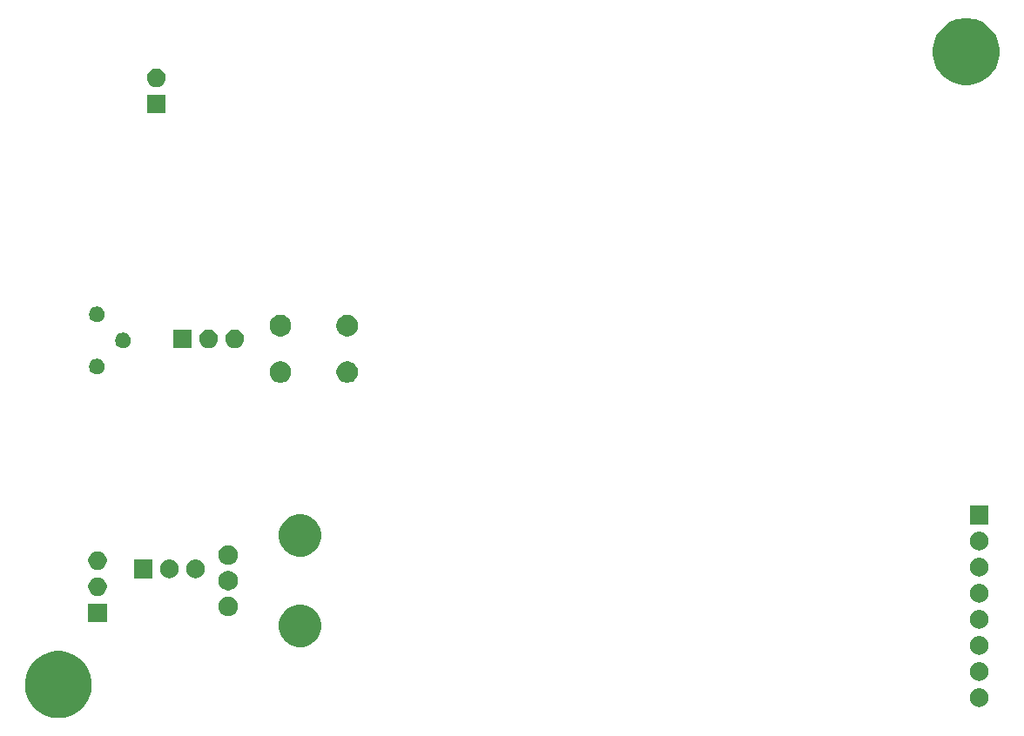
<source format=gbr>
G04 #@! TF.GenerationSoftware,KiCad,Pcbnew,(5.1.5)-3*
G04 #@! TF.CreationDate,2020-06-11T14:47:42+02:00*
G04 #@! TF.ProjectId,SA-ADC,53412d41-4443-42e6-9b69-6361645f7063,v0.1*
G04 #@! TF.SameCoordinates,Original*
G04 #@! TF.FileFunction,Soldermask,Bot*
G04 #@! TF.FilePolarity,Negative*
%FSLAX46Y46*%
G04 Gerber Fmt 4.6, Leading zero omitted, Abs format (unit mm)*
G04 Created by KiCad (PCBNEW (5.1.5)-3) date 2020-06-11 14:47:42*
%MOMM*%
%LPD*%
G04 APERTURE LIST*
%ADD10C,0.100000*%
G04 APERTURE END LIST*
D10*
G36*
X99059239Y-108571467D02*
G01*
X99373282Y-108633934D01*
X99964926Y-108879001D01*
X100497392Y-109234784D01*
X100950216Y-109687608D01*
X101305999Y-110220074D01*
X101551066Y-110811718D01*
X101571965Y-110916784D01*
X101676000Y-111439803D01*
X101676000Y-112080197D01*
X101613533Y-112394239D01*
X101551066Y-112708282D01*
X101305999Y-113299926D01*
X100950216Y-113832392D01*
X100497392Y-114285216D01*
X99964926Y-114640999D01*
X99373282Y-114886066D01*
X99059239Y-114948533D01*
X98745197Y-115011000D01*
X98104803Y-115011000D01*
X97790761Y-114948533D01*
X97476718Y-114886066D01*
X96885074Y-114640999D01*
X96352608Y-114285216D01*
X95899784Y-113832392D01*
X95544001Y-113299926D01*
X95298934Y-112708282D01*
X95236467Y-112394239D01*
X95174000Y-112080197D01*
X95174000Y-111439803D01*
X95278035Y-110916784D01*
X95298934Y-110811718D01*
X95544001Y-110220074D01*
X95899784Y-109687608D01*
X96352608Y-109234784D01*
X96885074Y-108879001D01*
X97476718Y-108633934D01*
X97790761Y-108571467D01*
X98104803Y-108509000D01*
X98745197Y-108509000D01*
X99059239Y-108571467D01*
G37*
G36*
X188073512Y-112133927D02*
G01*
X188222812Y-112163624D01*
X188386784Y-112231544D01*
X188534354Y-112330147D01*
X188659853Y-112455646D01*
X188758456Y-112603216D01*
X188826376Y-112767188D01*
X188861000Y-112941259D01*
X188861000Y-113118741D01*
X188826376Y-113292812D01*
X188758456Y-113456784D01*
X188659853Y-113604354D01*
X188534354Y-113729853D01*
X188386784Y-113828456D01*
X188222812Y-113896376D01*
X188073512Y-113926073D01*
X188048742Y-113931000D01*
X187871258Y-113931000D01*
X187846488Y-113926073D01*
X187697188Y-113896376D01*
X187533216Y-113828456D01*
X187385646Y-113729853D01*
X187260147Y-113604354D01*
X187161544Y-113456784D01*
X187093624Y-113292812D01*
X187059000Y-113118741D01*
X187059000Y-112941259D01*
X187093624Y-112767188D01*
X187161544Y-112603216D01*
X187260147Y-112455646D01*
X187385646Y-112330147D01*
X187533216Y-112231544D01*
X187697188Y-112163624D01*
X187846488Y-112133927D01*
X187871258Y-112129000D01*
X188048742Y-112129000D01*
X188073512Y-112133927D01*
G37*
G36*
X188073512Y-109593927D02*
G01*
X188222812Y-109623624D01*
X188386784Y-109691544D01*
X188534354Y-109790147D01*
X188659853Y-109915646D01*
X188758456Y-110063216D01*
X188826376Y-110227188D01*
X188861000Y-110401259D01*
X188861000Y-110578741D01*
X188826376Y-110752812D01*
X188758456Y-110916784D01*
X188659853Y-111064354D01*
X188534354Y-111189853D01*
X188386784Y-111288456D01*
X188222812Y-111356376D01*
X188073512Y-111386073D01*
X188048742Y-111391000D01*
X187871258Y-111391000D01*
X187846488Y-111386073D01*
X187697188Y-111356376D01*
X187533216Y-111288456D01*
X187385646Y-111189853D01*
X187260147Y-111064354D01*
X187161544Y-110916784D01*
X187093624Y-110752812D01*
X187059000Y-110578741D01*
X187059000Y-110401259D01*
X187093624Y-110227188D01*
X187161544Y-110063216D01*
X187260147Y-109915646D01*
X187385646Y-109790147D01*
X187533216Y-109691544D01*
X187697188Y-109623624D01*
X187846488Y-109593927D01*
X187871258Y-109589000D01*
X188048742Y-109589000D01*
X188073512Y-109593927D01*
G37*
G36*
X188073512Y-107053927D02*
G01*
X188222812Y-107083624D01*
X188386784Y-107151544D01*
X188534354Y-107250147D01*
X188659853Y-107375646D01*
X188758456Y-107523216D01*
X188826376Y-107687188D01*
X188861000Y-107861259D01*
X188861000Y-108038741D01*
X188826376Y-108212812D01*
X188758456Y-108376784D01*
X188659853Y-108524354D01*
X188534354Y-108649853D01*
X188386784Y-108748456D01*
X188222812Y-108816376D01*
X188073512Y-108846073D01*
X188048742Y-108851000D01*
X187871258Y-108851000D01*
X187846488Y-108846073D01*
X187697188Y-108816376D01*
X187533216Y-108748456D01*
X187385646Y-108649853D01*
X187260147Y-108524354D01*
X187161544Y-108376784D01*
X187093624Y-108212812D01*
X187059000Y-108038741D01*
X187059000Y-107861259D01*
X187093624Y-107687188D01*
X187161544Y-107523216D01*
X187260147Y-107375646D01*
X187385646Y-107250147D01*
X187533216Y-107151544D01*
X187697188Y-107083624D01*
X187846488Y-107053927D01*
X187871258Y-107049000D01*
X188048742Y-107049000D01*
X188073512Y-107053927D01*
G37*
G36*
X122533254Y-104067818D02*
G01*
X122906511Y-104222426D01*
X122906513Y-104222427D01*
X123242436Y-104446884D01*
X123528116Y-104732564D01*
X123743196Y-105054453D01*
X123752574Y-105068489D01*
X123907182Y-105441746D01*
X123986000Y-105837993D01*
X123986000Y-106242007D01*
X123907182Y-106638254D01*
X123752574Y-107011511D01*
X123752573Y-107011513D01*
X123528116Y-107347436D01*
X123242436Y-107633116D01*
X122906513Y-107857573D01*
X122906512Y-107857574D01*
X122906511Y-107857574D01*
X122533254Y-108012182D01*
X122137007Y-108091000D01*
X121732993Y-108091000D01*
X121336746Y-108012182D01*
X120963489Y-107857574D01*
X120963488Y-107857574D01*
X120963487Y-107857573D01*
X120627564Y-107633116D01*
X120341884Y-107347436D01*
X120117427Y-107011513D01*
X120117426Y-107011511D01*
X119962818Y-106638254D01*
X119884000Y-106242007D01*
X119884000Y-105837993D01*
X119962818Y-105441746D01*
X120117426Y-105068489D01*
X120126805Y-105054453D01*
X120341884Y-104732564D01*
X120627564Y-104446884D01*
X120963487Y-104222427D01*
X120963489Y-104222426D01*
X121336746Y-104067818D01*
X121732993Y-103989000D01*
X122137007Y-103989000D01*
X122533254Y-104067818D01*
G37*
G36*
X188073512Y-104513927D02*
G01*
X188222812Y-104543624D01*
X188386784Y-104611544D01*
X188534354Y-104710147D01*
X188659853Y-104835646D01*
X188758456Y-104983216D01*
X188826376Y-105147188D01*
X188861000Y-105321259D01*
X188861000Y-105498741D01*
X188826376Y-105672812D01*
X188758456Y-105836784D01*
X188659853Y-105984354D01*
X188534354Y-106109853D01*
X188386784Y-106208456D01*
X188222812Y-106276376D01*
X188073512Y-106306073D01*
X188048742Y-106311000D01*
X187871258Y-106311000D01*
X187846488Y-106306073D01*
X187697188Y-106276376D01*
X187533216Y-106208456D01*
X187385646Y-106109853D01*
X187260147Y-105984354D01*
X187161544Y-105836784D01*
X187093624Y-105672812D01*
X187059000Y-105498741D01*
X187059000Y-105321259D01*
X187093624Y-105147188D01*
X187161544Y-104983216D01*
X187260147Y-104835646D01*
X187385646Y-104710147D01*
X187533216Y-104611544D01*
X187697188Y-104543624D01*
X187846488Y-104513927D01*
X187871258Y-104509000D01*
X188048742Y-104509000D01*
X188073512Y-104513927D01*
G37*
G36*
X103136000Y-105676000D02*
G01*
X101334000Y-105676000D01*
X101334000Y-103874000D01*
X103136000Y-103874000D01*
X103136000Y-105676000D01*
G37*
G36*
X115212395Y-103225546D02*
G01*
X115385466Y-103297234D01*
X115385467Y-103297235D01*
X115541227Y-103401310D01*
X115673690Y-103533773D01*
X115673691Y-103533775D01*
X115777766Y-103689534D01*
X115849454Y-103862605D01*
X115886000Y-104046333D01*
X115886000Y-104233667D01*
X115849454Y-104417395D01*
X115777766Y-104590466D01*
X115777765Y-104590467D01*
X115673690Y-104746227D01*
X115541227Y-104878690D01*
X115462818Y-104931081D01*
X115385466Y-104982766D01*
X115212395Y-105054454D01*
X115028667Y-105091000D01*
X114841333Y-105091000D01*
X114657605Y-105054454D01*
X114484534Y-104982766D01*
X114407182Y-104931081D01*
X114328773Y-104878690D01*
X114196310Y-104746227D01*
X114092235Y-104590467D01*
X114092234Y-104590466D01*
X114020546Y-104417395D01*
X113984000Y-104233667D01*
X113984000Y-104046333D01*
X114020546Y-103862605D01*
X114092234Y-103689534D01*
X114196309Y-103533775D01*
X114196310Y-103533773D01*
X114328773Y-103401310D01*
X114484533Y-103297235D01*
X114484534Y-103297234D01*
X114657605Y-103225546D01*
X114841333Y-103189000D01*
X115028667Y-103189000D01*
X115212395Y-103225546D01*
G37*
G36*
X188064769Y-101972188D02*
G01*
X188222812Y-102003624D01*
X188386784Y-102071544D01*
X188534354Y-102170147D01*
X188659853Y-102295646D01*
X188758456Y-102443216D01*
X188826376Y-102607188D01*
X188861000Y-102781259D01*
X188861000Y-102958741D01*
X188826376Y-103132812D01*
X188758456Y-103296784D01*
X188659853Y-103444354D01*
X188534354Y-103569853D01*
X188386784Y-103668456D01*
X188222812Y-103736376D01*
X188073512Y-103766073D01*
X188048742Y-103771000D01*
X187871258Y-103771000D01*
X187846488Y-103766073D01*
X187697188Y-103736376D01*
X187533216Y-103668456D01*
X187385646Y-103569853D01*
X187260147Y-103444354D01*
X187161544Y-103296784D01*
X187093624Y-103132812D01*
X187059000Y-102958741D01*
X187059000Y-102781259D01*
X187093624Y-102607188D01*
X187161544Y-102443216D01*
X187260147Y-102295646D01*
X187385646Y-102170147D01*
X187533216Y-102071544D01*
X187697188Y-102003624D01*
X187855231Y-101972188D01*
X187871258Y-101969000D01*
X188048742Y-101969000D01*
X188064769Y-101972188D01*
G37*
G36*
X102348512Y-101338927D02*
G01*
X102497812Y-101368624D01*
X102661784Y-101436544D01*
X102809354Y-101535147D01*
X102934853Y-101660646D01*
X103033456Y-101808216D01*
X103101376Y-101972188D01*
X103136000Y-102146259D01*
X103136000Y-102323741D01*
X103101376Y-102497812D01*
X103033456Y-102661784D01*
X102934853Y-102809354D01*
X102809354Y-102934853D01*
X102661784Y-103033456D01*
X102497812Y-103101376D01*
X102348512Y-103131073D01*
X102323742Y-103136000D01*
X102146258Y-103136000D01*
X102121488Y-103131073D01*
X101972188Y-103101376D01*
X101808216Y-103033456D01*
X101660646Y-102934853D01*
X101535147Y-102809354D01*
X101436544Y-102661784D01*
X101368624Y-102497812D01*
X101334000Y-102323741D01*
X101334000Y-102146259D01*
X101368624Y-101972188D01*
X101436544Y-101808216D01*
X101535147Y-101660646D01*
X101660646Y-101535147D01*
X101808216Y-101436544D01*
X101972188Y-101368624D01*
X102121488Y-101338927D01*
X102146258Y-101334000D01*
X102323742Y-101334000D01*
X102348512Y-101338927D01*
G37*
G36*
X115212395Y-100725546D02*
G01*
X115385466Y-100797234D01*
X115385467Y-100797235D01*
X115541227Y-100901310D01*
X115673690Y-101033773D01*
X115673691Y-101033775D01*
X115777766Y-101189534D01*
X115849454Y-101362605D01*
X115886000Y-101546333D01*
X115886000Y-101733667D01*
X115849454Y-101917395D01*
X115777766Y-102090466D01*
X115777765Y-102090467D01*
X115673690Y-102246227D01*
X115541227Y-102378690D01*
X115462818Y-102431081D01*
X115385466Y-102482766D01*
X115212395Y-102554454D01*
X115028667Y-102591000D01*
X114841333Y-102591000D01*
X114657605Y-102554454D01*
X114484534Y-102482766D01*
X114407182Y-102431081D01*
X114328773Y-102378690D01*
X114196310Y-102246227D01*
X114092235Y-102090467D01*
X114092234Y-102090466D01*
X114020546Y-101917395D01*
X113984000Y-101733667D01*
X113984000Y-101546333D01*
X114020546Y-101362605D01*
X114092234Y-101189534D01*
X114196309Y-101033775D01*
X114196310Y-101033773D01*
X114328773Y-100901310D01*
X114484533Y-100797235D01*
X114484534Y-100797234D01*
X114657605Y-100725546D01*
X114841333Y-100689000D01*
X115028667Y-100689000D01*
X115212395Y-100725546D01*
G37*
G36*
X111873512Y-99603928D02*
G01*
X112022812Y-99633625D01*
X112186784Y-99701545D01*
X112334354Y-99800148D01*
X112459853Y-99925647D01*
X112558456Y-100073217D01*
X112626376Y-100237189D01*
X112656073Y-100386489D01*
X112661000Y-100411259D01*
X112661000Y-100588743D01*
X112659556Y-100596000D01*
X112626376Y-100762813D01*
X112558456Y-100926785D01*
X112459853Y-101074355D01*
X112334354Y-101199854D01*
X112186784Y-101298457D01*
X112022812Y-101366377D01*
X111873512Y-101396074D01*
X111848742Y-101401001D01*
X111671258Y-101401001D01*
X111646488Y-101396074D01*
X111497188Y-101366377D01*
X111333216Y-101298457D01*
X111185646Y-101199854D01*
X111060147Y-101074355D01*
X110961544Y-100926785D01*
X110893624Y-100762813D01*
X110860444Y-100596000D01*
X110859000Y-100588743D01*
X110859000Y-100411259D01*
X110863927Y-100386489D01*
X110893624Y-100237189D01*
X110961544Y-100073217D01*
X111060147Y-99925647D01*
X111185646Y-99800148D01*
X111333216Y-99701545D01*
X111497188Y-99633625D01*
X111646488Y-99603928D01*
X111671258Y-99599001D01*
X111848742Y-99599001D01*
X111873512Y-99603928D01*
G37*
G36*
X109333512Y-99603928D02*
G01*
X109482812Y-99633625D01*
X109646784Y-99701545D01*
X109794354Y-99800148D01*
X109919853Y-99925647D01*
X110018456Y-100073217D01*
X110086376Y-100237189D01*
X110116073Y-100386489D01*
X110121000Y-100411259D01*
X110121000Y-100588743D01*
X110119556Y-100596000D01*
X110086376Y-100762813D01*
X110018456Y-100926785D01*
X109919853Y-101074355D01*
X109794354Y-101199854D01*
X109646784Y-101298457D01*
X109482812Y-101366377D01*
X109333512Y-101396074D01*
X109308742Y-101401001D01*
X109131258Y-101401001D01*
X109106488Y-101396074D01*
X108957188Y-101366377D01*
X108793216Y-101298457D01*
X108645646Y-101199854D01*
X108520147Y-101074355D01*
X108421544Y-100926785D01*
X108353624Y-100762813D01*
X108320444Y-100596000D01*
X108319000Y-100588743D01*
X108319000Y-100411259D01*
X108323927Y-100386489D01*
X108353624Y-100237189D01*
X108421544Y-100073217D01*
X108520147Y-99925647D01*
X108645646Y-99800148D01*
X108793216Y-99701545D01*
X108957188Y-99633625D01*
X109106488Y-99603928D01*
X109131258Y-99599001D01*
X109308742Y-99599001D01*
X109333512Y-99603928D01*
G37*
G36*
X107581000Y-101401001D02*
G01*
X105779000Y-101401001D01*
X105779000Y-99599001D01*
X107581000Y-99599001D01*
X107581000Y-101401001D01*
G37*
G36*
X188064769Y-99432188D02*
G01*
X188222812Y-99463624D01*
X188386784Y-99531544D01*
X188534354Y-99630147D01*
X188659853Y-99755646D01*
X188758456Y-99903216D01*
X188826376Y-100067188D01*
X188856073Y-100216488D01*
X188860191Y-100237189D01*
X188861000Y-100241259D01*
X188861000Y-100418741D01*
X188826376Y-100592812D01*
X188758456Y-100756784D01*
X188659853Y-100904354D01*
X188534354Y-101029853D01*
X188386784Y-101128456D01*
X188222812Y-101196376D01*
X188073512Y-101226073D01*
X188048742Y-101231000D01*
X187871258Y-101231000D01*
X187846488Y-101226073D01*
X187697188Y-101196376D01*
X187533216Y-101128456D01*
X187385646Y-101029853D01*
X187260147Y-100904354D01*
X187161544Y-100756784D01*
X187093624Y-100592812D01*
X187059000Y-100418741D01*
X187059000Y-100241259D01*
X187059810Y-100237189D01*
X187063927Y-100216488D01*
X187093624Y-100067188D01*
X187161544Y-99903216D01*
X187260147Y-99755646D01*
X187385646Y-99630147D01*
X187533216Y-99531544D01*
X187697188Y-99463624D01*
X187855231Y-99432188D01*
X187871258Y-99429000D01*
X188048742Y-99429000D01*
X188064769Y-99432188D01*
G37*
G36*
X102348512Y-98798927D02*
G01*
X102497812Y-98828624D01*
X102661784Y-98896544D01*
X102809354Y-98995147D01*
X102934853Y-99120646D01*
X103033456Y-99268216D01*
X103101376Y-99432188D01*
X103136000Y-99606259D01*
X103136000Y-99783741D01*
X103101376Y-99957812D01*
X103033456Y-100121784D01*
X102934853Y-100269354D01*
X102809354Y-100394853D01*
X102661784Y-100493456D01*
X102497812Y-100561376D01*
X102360230Y-100588742D01*
X102323742Y-100596000D01*
X102146258Y-100596000D01*
X102109770Y-100588742D01*
X101972188Y-100561376D01*
X101808216Y-100493456D01*
X101660646Y-100394853D01*
X101535147Y-100269354D01*
X101436544Y-100121784D01*
X101368624Y-99957812D01*
X101334000Y-99783741D01*
X101334000Y-99606259D01*
X101368624Y-99432188D01*
X101436544Y-99268216D01*
X101535147Y-99120646D01*
X101660646Y-98995147D01*
X101808216Y-98896544D01*
X101972188Y-98828624D01*
X102121488Y-98798927D01*
X102146258Y-98794000D01*
X102323742Y-98794000D01*
X102348512Y-98798927D01*
G37*
G36*
X115212395Y-98225546D02*
G01*
X115385466Y-98297234D01*
X115385467Y-98297235D01*
X115541227Y-98401310D01*
X115673690Y-98533773D01*
X115673691Y-98533775D01*
X115777766Y-98689534D01*
X115849454Y-98862605D01*
X115886000Y-99046333D01*
X115886000Y-99233667D01*
X115849454Y-99417395D01*
X115777766Y-99590466D01*
X115777765Y-99590467D01*
X115673690Y-99746227D01*
X115541227Y-99878690D01*
X115470949Y-99925648D01*
X115385466Y-99982766D01*
X115212395Y-100054454D01*
X115028667Y-100091000D01*
X114841333Y-100091000D01*
X114657605Y-100054454D01*
X114484534Y-99982766D01*
X114399051Y-99925648D01*
X114328773Y-99878690D01*
X114196310Y-99746227D01*
X114092235Y-99590467D01*
X114092234Y-99590466D01*
X114020546Y-99417395D01*
X113984000Y-99233667D01*
X113984000Y-99046333D01*
X114020546Y-98862605D01*
X114092234Y-98689534D01*
X114196309Y-98533775D01*
X114196310Y-98533773D01*
X114328773Y-98401310D01*
X114484533Y-98297235D01*
X114484534Y-98297234D01*
X114657605Y-98225546D01*
X114841333Y-98189000D01*
X115028667Y-98189000D01*
X115212395Y-98225546D01*
G37*
G36*
X122533254Y-95267818D02*
G01*
X122906511Y-95422426D01*
X122906513Y-95422427D01*
X123242436Y-95646884D01*
X123528116Y-95932564D01*
X123674071Y-96151000D01*
X123752574Y-96268489D01*
X123907182Y-96641746D01*
X123986000Y-97037993D01*
X123986000Y-97442007D01*
X123907182Y-97838254D01*
X123818309Y-98052812D01*
X123752573Y-98211513D01*
X123528116Y-98547436D01*
X123242436Y-98833116D01*
X122906513Y-99057573D01*
X122906512Y-99057574D01*
X122906511Y-99057574D01*
X122533254Y-99212182D01*
X122137007Y-99291000D01*
X121732993Y-99291000D01*
X121336746Y-99212182D01*
X120963489Y-99057574D01*
X120963488Y-99057574D01*
X120963487Y-99057573D01*
X120627564Y-98833116D01*
X120341884Y-98547436D01*
X120117427Y-98211513D01*
X120051691Y-98052812D01*
X119962818Y-97838254D01*
X119884000Y-97442007D01*
X119884000Y-97037993D01*
X119962818Y-96641746D01*
X120117426Y-96268489D01*
X120195930Y-96151000D01*
X120341884Y-95932564D01*
X120627564Y-95646884D01*
X120963487Y-95422427D01*
X120963489Y-95422426D01*
X121336746Y-95267818D01*
X121732993Y-95189000D01*
X122137007Y-95189000D01*
X122533254Y-95267818D01*
G37*
G36*
X188073512Y-96893927D02*
G01*
X188222812Y-96923624D01*
X188386784Y-96991544D01*
X188534354Y-97090147D01*
X188659853Y-97215646D01*
X188758456Y-97363216D01*
X188826376Y-97527188D01*
X188861000Y-97701259D01*
X188861000Y-97878741D01*
X188826376Y-98052812D01*
X188758456Y-98216784D01*
X188659853Y-98364354D01*
X188534354Y-98489853D01*
X188386784Y-98588456D01*
X188222812Y-98656376D01*
X188073512Y-98686073D01*
X188048742Y-98691000D01*
X187871258Y-98691000D01*
X187846488Y-98686073D01*
X187697188Y-98656376D01*
X187533216Y-98588456D01*
X187385646Y-98489853D01*
X187260147Y-98364354D01*
X187161544Y-98216784D01*
X187093624Y-98052812D01*
X187059000Y-97878741D01*
X187059000Y-97701259D01*
X187093624Y-97527188D01*
X187161544Y-97363216D01*
X187260147Y-97215646D01*
X187385646Y-97090147D01*
X187533216Y-96991544D01*
X187697188Y-96923624D01*
X187846488Y-96893927D01*
X187871258Y-96889000D01*
X188048742Y-96889000D01*
X188073512Y-96893927D01*
G37*
G36*
X188861000Y-96151000D02*
G01*
X187059000Y-96151000D01*
X187059000Y-94349000D01*
X188861000Y-94349000D01*
X188861000Y-96151000D01*
G37*
G36*
X126821564Y-80324389D02*
G01*
X127012833Y-80403615D01*
X127012835Y-80403616D01*
X127184973Y-80518635D01*
X127331365Y-80665027D01*
X127446385Y-80837167D01*
X127525611Y-81028436D01*
X127566000Y-81231484D01*
X127566000Y-81438516D01*
X127525611Y-81641564D01*
X127446385Y-81832833D01*
X127446384Y-81832835D01*
X127331365Y-82004973D01*
X127184973Y-82151365D01*
X127012835Y-82266384D01*
X127012834Y-82266385D01*
X127012833Y-82266385D01*
X126821564Y-82345611D01*
X126618516Y-82386000D01*
X126411484Y-82386000D01*
X126208436Y-82345611D01*
X126017167Y-82266385D01*
X126017166Y-82266385D01*
X126017165Y-82266384D01*
X125845027Y-82151365D01*
X125698635Y-82004973D01*
X125583616Y-81832835D01*
X125583615Y-81832833D01*
X125504389Y-81641564D01*
X125464000Y-81438516D01*
X125464000Y-81231484D01*
X125504389Y-81028436D01*
X125583615Y-80837167D01*
X125698635Y-80665027D01*
X125845027Y-80518635D01*
X126017165Y-80403616D01*
X126017167Y-80403615D01*
X126208436Y-80324389D01*
X126411484Y-80284000D01*
X126618516Y-80284000D01*
X126821564Y-80324389D01*
G37*
G36*
X120321564Y-80324389D02*
G01*
X120512833Y-80403615D01*
X120512835Y-80403616D01*
X120684973Y-80518635D01*
X120831365Y-80665027D01*
X120946385Y-80837167D01*
X121025611Y-81028436D01*
X121066000Y-81231484D01*
X121066000Y-81438516D01*
X121025611Y-81641564D01*
X120946385Y-81832833D01*
X120946384Y-81832835D01*
X120831365Y-82004973D01*
X120684973Y-82151365D01*
X120512835Y-82266384D01*
X120512834Y-82266385D01*
X120512833Y-82266385D01*
X120321564Y-82345611D01*
X120118516Y-82386000D01*
X119911484Y-82386000D01*
X119708436Y-82345611D01*
X119517167Y-82266385D01*
X119517166Y-82266385D01*
X119517165Y-82266384D01*
X119345027Y-82151365D01*
X119198635Y-82004973D01*
X119083616Y-81832835D01*
X119083615Y-81832833D01*
X119004389Y-81641564D01*
X118964000Y-81438516D01*
X118964000Y-81231484D01*
X119004389Y-81028436D01*
X119083615Y-80837167D01*
X119198635Y-80665027D01*
X119345027Y-80518635D01*
X119517165Y-80403616D01*
X119517167Y-80403615D01*
X119708436Y-80324389D01*
X119911484Y-80284000D01*
X120118516Y-80284000D01*
X120321564Y-80324389D01*
G37*
G36*
X102300590Y-80053877D02*
G01*
X102399894Y-80073630D01*
X102540207Y-80131749D01*
X102666485Y-80216126D01*
X102773876Y-80323517D01*
X102858253Y-80449795D01*
X102916372Y-80590108D01*
X102946001Y-80739064D01*
X102946001Y-80890938D01*
X102916372Y-81039894D01*
X102858253Y-81180207D01*
X102773876Y-81306485D01*
X102666485Y-81413876D01*
X102540207Y-81498253D01*
X102399894Y-81556372D01*
X102300590Y-81576125D01*
X102250939Y-81586001D01*
X102099063Y-81586001D01*
X102049412Y-81576125D01*
X101950108Y-81556372D01*
X101809795Y-81498253D01*
X101683517Y-81413876D01*
X101576126Y-81306485D01*
X101491749Y-81180207D01*
X101433630Y-81039894D01*
X101404001Y-80890938D01*
X101404001Y-80739064D01*
X101433630Y-80590108D01*
X101491749Y-80449795D01*
X101576126Y-80323517D01*
X101683517Y-80216126D01*
X101809795Y-80131749D01*
X101950108Y-80073630D01*
X102049412Y-80053877D01*
X102099063Y-80044001D01*
X102250939Y-80044001D01*
X102300590Y-80053877D01*
G37*
G36*
X104840590Y-77513877D02*
G01*
X104939894Y-77533630D01*
X105080207Y-77591749D01*
X105206485Y-77676126D01*
X105313876Y-77783517D01*
X105398253Y-77909795D01*
X105456372Y-78050108D01*
X105456372Y-78050110D01*
X105484943Y-78193742D01*
X105486001Y-78199064D01*
X105486001Y-78350938D01*
X105456372Y-78499894D01*
X105398253Y-78640207D01*
X105313876Y-78766485D01*
X105206485Y-78873876D01*
X105080207Y-78958253D01*
X104939894Y-79016372D01*
X104840590Y-79036125D01*
X104790939Y-79046001D01*
X104639063Y-79046001D01*
X104589412Y-79036125D01*
X104490108Y-79016372D01*
X104349795Y-78958253D01*
X104223517Y-78873876D01*
X104116126Y-78766485D01*
X104031749Y-78640207D01*
X103973630Y-78499894D01*
X103944001Y-78350938D01*
X103944001Y-78199064D01*
X103945060Y-78193742D01*
X103973630Y-78050110D01*
X103973630Y-78050108D01*
X104031749Y-77909795D01*
X104116126Y-77783517D01*
X104223517Y-77676126D01*
X104349795Y-77591749D01*
X104490108Y-77533630D01*
X104589412Y-77513877D01*
X104639063Y-77504001D01*
X104790939Y-77504001D01*
X104840590Y-77513877D01*
G37*
G36*
X111391000Y-79006000D02*
G01*
X109589000Y-79006000D01*
X109589000Y-77204000D01*
X111391000Y-77204000D01*
X111391000Y-79006000D01*
G37*
G36*
X113143512Y-77208927D02*
G01*
X113292812Y-77238624D01*
X113456784Y-77306544D01*
X113604354Y-77405147D01*
X113729853Y-77530646D01*
X113828456Y-77678216D01*
X113896376Y-77842188D01*
X113926073Y-77991488D01*
X113931000Y-78016258D01*
X113931000Y-78193742D01*
X113929941Y-78199064D01*
X113896376Y-78367812D01*
X113828456Y-78531784D01*
X113729853Y-78679354D01*
X113604354Y-78804853D01*
X113456784Y-78903456D01*
X113292812Y-78971376D01*
X113143512Y-79001073D01*
X113118742Y-79006000D01*
X112941258Y-79006000D01*
X112916488Y-79001073D01*
X112767188Y-78971376D01*
X112603216Y-78903456D01*
X112455646Y-78804853D01*
X112330147Y-78679354D01*
X112231544Y-78531784D01*
X112163624Y-78367812D01*
X112130059Y-78199064D01*
X112129000Y-78193742D01*
X112129000Y-78016258D01*
X112133927Y-77991488D01*
X112163624Y-77842188D01*
X112231544Y-77678216D01*
X112330147Y-77530646D01*
X112455646Y-77405147D01*
X112603216Y-77306544D01*
X112767188Y-77238624D01*
X112916488Y-77208927D01*
X112941258Y-77204000D01*
X113118742Y-77204000D01*
X113143512Y-77208927D01*
G37*
G36*
X115683512Y-77208927D02*
G01*
X115832812Y-77238624D01*
X115996784Y-77306544D01*
X116144354Y-77405147D01*
X116269853Y-77530646D01*
X116368456Y-77678216D01*
X116436376Y-77842188D01*
X116466073Y-77991488D01*
X116471000Y-78016258D01*
X116471000Y-78193742D01*
X116469941Y-78199064D01*
X116436376Y-78367812D01*
X116368456Y-78531784D01*
X116269853Y-78679354D01*
X116144354Y-78804853D01*
X115996784Y-78903456D01*
X115832812Y-78971376D01*
X115683512Y-79001073D01*
X115658742Y-79006000D01*
X115481258Y-79006000D01*
X115456488Y-79001073D01*
X115307188Y-78971376D01*
X115143216Y-78903456D01*
X114995646Y-78804853D01*
X114870147Y-78679354D01*
X114771544Y-78531784D01*
X114703624Y-78367812D01*
X114670059Y-78199064D01*
X114669000Y-78193742D01*
X114669000Y-78016258D01*
X114673927Y-77991488D01*
X114703624Y-77842188D01*
X114771544Y-77678216D01*
X114870147Y-77530646D01*
X114995646Y-77405147D01*
X115143216Y-77306544D01*
X115307188Y-77238624D01*
X115456488Y-77208927D01*
X115481258Y-77204000D01*
X115658742Y-77204000D01*
X115683512Y-77208927D01*
G37*
G36*
X126821564Y-75824389D02*
G01*
X127012833Y-75903615D01*
X127012835Y-75903616D01*
X127097058Y-75959892D01*
X127184973Y-76018635D01*
X127331365Y-76165027D01*
X127446385Y-76337167D01*
X127525611Y-76528436D01*
X127566000Y-76731484D01*
X127566000Y-76938516D01*
X127525611Y-77141564D01*
X127485407Y-77238625D01*
X127446384Y-77332835D01*
X127331365Y-77504973D01*
X127184973Y-77651365D01*
X127012835Y-77766384D01*
X127012834Y-77766385D01*
X127012833Y-77766385D01*
X126821564Y-77845611D01*
X126618516Y-77886000D01*
X126411484Y-77886000D01*
X126208436Y-77845611D01*
X126017167Y-77766385D01*
X126017166Y-77766385D01*
X126017165Y-77766384D01*
X125845027Y-77651365D01*
X125698635Y-77504973D01*
X125583616Y-77332835D01*
X125544593Y-77238625D01*
X125504389Y-77141564D01*
X125464000Y-76938516D01*
X125464000Y-76731484D01*
X125504389Y-76528436D01*
X125583615Y-76337167D01*
X125698635Y-76165027D01*
X125845027Y-76018635D01*
X125932942Y-75959892D01*
X126017165Y-75903616D01*
X126017167Y-75903615D01*
X126208436Y-75824389D01*
X126411484Y-75784000D01*
X126618516Y-75784000D01*
X126821564Y-75824389D01*
G37*
G36*
X120321564Y-75824389D02*
G01*
X120512833Y-75903615D01*
X120512835Y-75903616D01*
X120597058Y-75959892D01*
X120684973Y-76018635D01*
X120831365Y-76165027D01*
X120946385Y-76337167D01*
X121025611Y-76528436D01*
X121066000Y-76731484D01*
X121066000Y-76938516D01*
X121025611Y-77141564D01*
X120985407Y-77238625D01*
X120946384Y-77332835D01*
X120831365Y-77504973D01*
X120684973Y-77651365D01*
X120512835Y-77766384D01*
X120512834Y-77766385D01*
X120512833Y-77766385D01*
X120321564Y-77845611D01*
X120118516Y-77886000D01*
X119911484Y-77886000D01*
X119708436Y-77845611D01*
X119517167Y-77766385D01*
X119517166Y-77766385D01*
X119517165Y-77766384D01*
X119345027Y-77651365D01*
X119198635Y-77504973D01*
X119083616Y-77332835D01*
X119044593Y-77238625D01*
X119004389Y-77141564D01*
X118964000Y-76938516D01*
X118964000Y-76731484D01*
X119004389Y-76528436D01*
X119083615Y-76337167D01*
X119198635Y-76165027D01*
X119345027Y-76018635D01*
X119432942Y-75959892D01*
X119517165Y-75903616D01*
X119517167Y-75903615D01*
X119708436Y-75824389D01*
X119911484Y-75784000D01*
X120118516Y-75784000D01*
X120321564Y-75824389D01*
G37*
G36*
X102300590Y-74973877D02*
G01*
X102399894Y-74993630D01*
X102540207Y-75051749D01*
X102666485Y-75136126D01*
X102773876Y-75243517D01*
X102858253Y-75369795D01*
X102916372Y-75510108D01*
X102916372Y-75510110D01*
X102946001Y-75659063D01*
X102946001Y-75810939D01*
X102943325Y-75824390D01*
X102916372Y-75959894D01*
X102858253Y-76100207D01*
X102773876Y-76226485D01*
X102666485Y-76333876D01*
X102540207Y-76418253D01*
X102399894Y-76476372D01*
X102300590Y-76496125D01*
X102250939Y-76506001D01*
X102099063Y-76506001D01*
X102049412Y-76496125D01*
X101950108Y-76476372D01*
X101809795Y-76418253D01*
X101683517Y-76333876D01*
X101576126Y-76226485D01*
X101491749Y-76100207D01*
X101433630Y-75959894D01*
X101406677Y-75824390D01*
X101404001Y-75810939D01*
X101404001Y-75659063D01*
X101433630Y-75510110D01*
X101433630Y-75510108D01*
X101491749Y-75369795D01*
X101576126Y-75243517D01*
X101683517Y-75136126D01*
X101809795Y-75051749D01*
X101950108Y-74993630D01*
X102049412Y-74973877D01*
X102099063Y-74964001D01*
X102250939Y-74964001D01*
X102300590Y-74973877D01*
G37*
G36*
X108851000Y-56146000D02*
G01*
X107049000Y-56146000D01*
X107049000Y-54344000D01*
X108851000Y-54344000D01*
X108851000Y-56146000D01*
G37*
G36*
X108063512Y-51808927D02*
G01*
X108212812Y-51838624D01*
X108376784Y-51906544D01*
X108524354Y-52005147D01*
X108649853Y-52130646D01*
X108748456Y-52278216D01*
X108816376Y-52442188D01*
X108851000Y-52616259D01*
X108851000Y-52793741D01*
X108816376Y-52967812D01*
X108748456Y-53131784D01*
X108649853Y-53279354D01*
X108524354Y-53404853D01*
X108376784Y-53503456D01*
X108212812Y-53571376D01*
X108063512Y-53601073D01*
X108038742Y-53606000D01*
X107861258Y-53606000D01*
X107836488Y-53601073D01*
X107687188Y-53571376D01*
X107523216Y-53503456D01*
X107375646Y-53404853D01*
X107250147Y-53279354D01*
X107151544Y-53131784D01*
X107083624Y-52967812D01*
X107049000Y-52793741D01*
X107049000Y-52616259D01*
X107083624Y-52442188D01*
X107151544Y-52278216D01*
X107250147Y-52130646D01*
X107375646Y-52005147D01*
X107523216Y-51906544D01*
X107687188Y-51838624D01*
X107836488Y-51808927D01*
X107861258Y-51804000D01*
X108038742Y-51804000D01*
X108063512Y-51808927D01*
G37*
G36*
X187324239Y-46976467D02*
G01*
X187638282Y-47038934D01*
X188229926Y-47284001D01*
X188762392Y-47639784D01*
X189215216Y-48092608D01*
X189570999Y-48625074D01*
X189816066Y-49216718D01*
X189816066Y-49216719D01*
X189941000Y-49844803D01*
X189941000Y-50485197D01*
X189878533Y-50799239D01*
X189816066Y-51113282D01*
X189570999Y-51704926D01*
X189215216Y-52237392D01*
X188762392Y-52690216D01*
X188229926Y-53045999D01*
X187638282Y-53291066D01*
X187324239Y-53353533D01*
X187010197Y-53416000D01*
X186369803Y-53416000D01*
X186055761Y-53353533D01*
X185741718Y-53291066D01*
X185150074Y-53045999D01*
X184617608Y-52690216D01*
X184164784Y-52237392D01*
X183809001Y-51704926D01*
X183563934Y-51113282D01*
X183501467Y-50799239D01*
X183439000Y-50485197D01*
X183439000Y-49844803D01*
X183563934Y-49216719D01*
X183563934Y-49216718D01*
X183809001Y-48625074D01*
X184164784Y-48092608D01*
X184617608Y-47639784D01*
X185150074Y-47284001D01*
X185741718Y-47038934D01*
X186055761Y-46976467D01*
X186369803Y-46914000D01*
X187010197Y-46914000D01*
X187324239Y-46976467D01*
G37*
M02*

</source>
